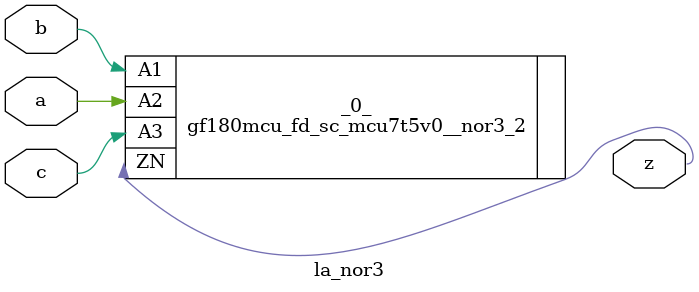
<source format=v>
/* Generated by Yosys 0.37 (git sha1 a5c7f69ed, clang 14.0.0-1ubuntu1.1 -fPIC -Os) */

module la_nor3(a, b, c, z);
  input a;
  wire a;
  input b;
  wire b;
  input c;
  wire c;
  output z;
  wire z;
  gf180mcu_fd_sc_mcu7t5v0__nor3_2 _0_ (
    .A1(b),
    .A2(a),
    .A3(c),
    .ZN(z)
  );
endmodule

</source>
